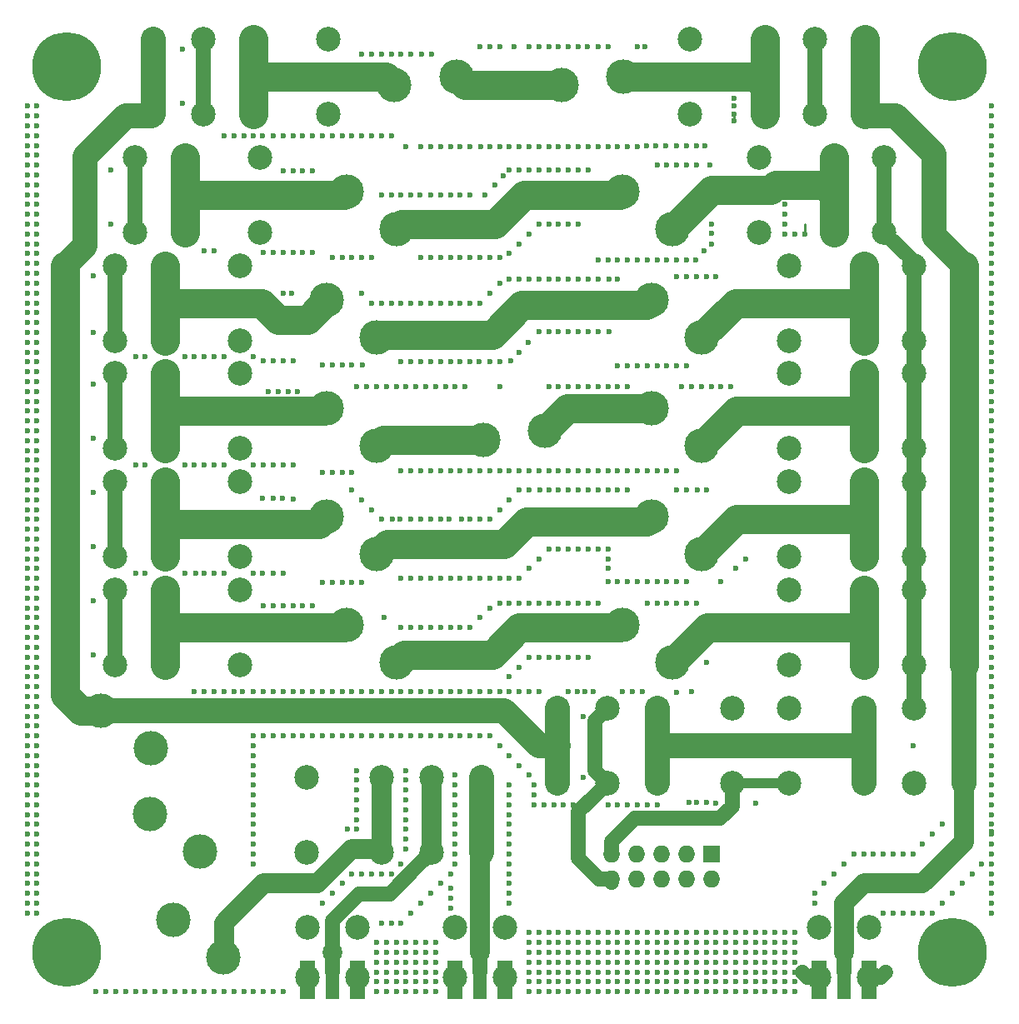
<source format=gtl>
G04 #@! TF.FileFunction,Copper,L1,Top,Signal*
%FSLAX46Y46*%
G04 Gerber Fmt 4.6, Leading zero omitted, Abs format (unit mm)*
G04 Created by KiCad (PCBNEW 4.0.7) date 01/12/18 12:42:43*
%MOMM*%
%LPD*%
G01*
G04 APERTURE LIST*
%ADD10C,0.100000*%
%ADD11C,0.600000*%
%ADD12C,3.500000*%
%ADD13R,1.727200X1.727200*%
%ADD14O,1.727200X1.727200*%
%ADD15C,2.500000*%
%ADD16C,1.998980*%
%ADD17C,2.499360*%
%ADD18C,7.000000*%
%ADD19R,1.400000X4.000000*%
%ADD20R,1.500000X4.000000*%
%ADD21C,0.250000*%
%ADD22C,1.500000*%
%ADD23C,3.000000*%
%ADD24C,2.000000*%
%ADD25C,2.500000*%
%ADD26C,1.000000*%
G04 APERTURE END LIST*
D10*
D11*
X91500000Y-139000000D03*
X92500000Y-139000000D03*
X93500000Y-139000000D03*
X94500000Y-139000000D03*
X95500000Y-139000000D03*
X96500000Y-139000000D03*
X97500000Y-139000000D03*
X91500000Y-140000000D03*
X92500000Y-140000000D03*
X93500000Y-140000000D03*
X94500000Y-140000000D03*
X95500000Y-140000000D03*
X96500000Y-140000000D03*
X97500000Y-140000000D03*
X91500000Y-141000000D03*
X92500000Y-141000000D03*
X93500000Y-141000000D03*
X94500000Y-141000000D03*
X95500000Y-141000000D03*
X96500000Y-141000000D03*
X97500000Y-141000000D03*
X91500000Y-142000000D03*
X92500000Y-142000000D03*
X93500000Y-142000000D03*
X94500000Y-142000000D03*
X95500000Y-142000000D03*
X96500000Y-142000000D03*
X97500000Y-142000000D03*
X91500000Y-143000000D03*
X92500000Y-143000000D03*
X93500000Y-143000000D03*
X94500000Y-143000000D03*
X95500000Y-143000000D03*
X96500000Y-143000000D03*
X97500000Y-143000000D03*
X91500000Y-144000000D03*
X92500000Y-144000000D03*
X93500000Y-144000000D03*
X94500000Y-144000000D03*
X95500000Y-144000000D03*
X96500000Y-144000000D03*
X97500000Y-144000000D03*
D12*
X93305923Y-51898026D03*
X99592102Y-51000000D03*
X116460000Y-62730000D03*
X121540000Y-66540000D03*
X119460000Y-84730000D03*
X124540000Y-88540000D03*
D11*
X134000000Y-144000000D03*
X133000000Y-144000000D03*
X132000000Y-144000000D03*
X131000000Y-144000000D03*
X130000000Y-144000000D03*
X129000000Y-144000000D03*
X128000000Y-144000000D03*
X127000000Y-144000000D03*
X126000000Y-144000000D03*
X125000000Y-144000000D03*
X124000000Y-144000000D03*
X123000000Y-144000000D03*
X122000000Y-144000000D03*
X121000000Y-144000000D03*
X120000000Y-144000000D03*
X119000000Y-144000000D03*
X118000000Y-144000000D03*
X117000000Y-144000000D03*
X116000000Y-144000000D03*
X115000000Y-144000000D03*
X114000000Y-144000000D03*
X113000000Y-144000000D03*
X112000000Y-144000000D03*
X111000000Y-144000000D03*
X110000000Y-144000000D03*
X109000000Y-144000000D03*
X108000000Y-144000000D03*
X107000000Y-144000000D03*
X134000000Y-143000000D03*
X133000000Y-143000000D03*
X132000000Y-143000000D03*
X131000000Y-143000000D03*
X130000000Y-143000000D03*
X129000000Y-143000000D03*
X128000000Y-143000000D03*
X127000000Y-143000000D03*
X126000000Y-143000000D03*
X125000000Y-143000000D03*
X124000000Y-143000000D03*
X123000000Y-143000000D03*
X122000000Y-143000000D03*
X121000000Y-143000000D03*
X120000000Y-143000000D03*
X119000000Y-143000000D03*
X118000000Y-143000000D03*
X117000000Y-143000000D03*
X116000000Y-143000000D03*
X115000000Y-143000000D03*
X114000000Y-143000000D03*
X113000000Y-143000000D03*
X112000000Y-143000000D03*
X111000000Y-143000000D03*
X110000000Y-143000000D03*
X109000000Y-143000000D03*
X108000000Y-143000000D03*
X107000000Y-143000000D03*
X134000000Y-142000000D03*
X133000000Y-142000000D03*
X132000000Y-142000000D03*
X131000000Y-142000000D03*
X130000000Y-142000000D03*
X129000000Y-142000000D03*
X128000000Y-142000000D03*
X127000000Y-142000000D03*
X126000000Y-142000000D03*
X125000000Y-142000000D03*
X124000000Y-142000000D03*
X123000000Y-142000000D03*
X122000000Y-142000000D03*
X121000000Y-142000000D03*
X120000000Y-142000000D03*
X119000000Y-142000000D03*
X118000000Y-142000000D03*
X117000000Y-142000000D03*
X116000000Y-142000000D03*
X115000000Y-142000000D03*
X114000000Y-142000000D03*
X113000000Y-142000000D03*
X112000000Y-142000000D03*
X111000000Y-142000000D03*
X110000000Y-142000000D03*
X109000000Y-142000000D03*
X108000000Y-142000000D03*
X107000000Y-142000000D03*
X134000000Y-141000000D03*
X133000000Y-141000000D03*
X132000000Y-141000000D03*
X131000000Y-141000000D03*
X130000000Y-141000000D03*
X129000000Y-141000000D03*
X128000000Y-141000000D03*
X127000000Y-141000000D03*
X126000000Y-141000000D03*
X125000000Y-141000000D03*
X124000000Y-141000000D03*
X123000000Y-141000000D03*
X122000000Y-141000000D03*
X121000000Y-141000000D03*
X120000000Y-141000000D03*
X119000000Y-141000000D03*
X118000000Y-141000000D03*
X117000000Y-141000000D03*
X116000000Y-141000000D03*
X115000000Y-141000000D03*
X114000000Y-141000000D03*
X113000000Y-141000000D03*
X112000000Y-141000000D03*
X111000000Y-141000000D03*
X110000000Y-141000000D03*
X109000000Y-141000000D03*
X108000000Y-141000000D03*
X107000000Y-141000000D03*
X134000000Y-140000000D03*
X133000000Y-140000000D03*
X132000000Y-140000000D03*
X131000000Y-140000000D03*
X130000000Y-140000000D03*
X129000000Y-140000000D03*
X128000000Y-140000000D03*
X127000000Y-140000000D03*
X126000000Y-140000000D03*
X125000000Y-140000000D03*
X124000000Y-140000000D03*
X123000000Y-140000000D03*
X122000000Y-140000000D03*
X121000000Y-140000000D03*
X120000000Y-140000000D03*
X119000000Y-140000000D03*
X118000000Y-140000000D03*
X117000000Y-140000000D03*
X116000000Y-140000000D03*
X115000000Y-140000000D03*
X114000000Y-140000000D03*
X113000000Y-140000000D03*
X112000000Y-140000000D03*
X111000000Y-140000000D03*
X110000000Y-140000000D03*
X109000000Y-140000000D03*
X108000000Y-140000000D03*
X107000000Y-140000000D03*
X134000000Y-139000000D03*
X133000000Y-139000000D03*
X132000000Y-139000000D03*
X131000000Y-139000000D03*
X130000000Y-139000000D03*
X129000000Y-139000000D03*
X128000000Y-139000000D03*
X127000000Y-139000000D03*
X126000000Y-139000000D03*
X125000000Y-139000000D03*
X124000000Y-139000000D03*
X123000000Y-139000000D03*
X122000000Y-139000000D03*
X121000000Y-139000000D03*
X120000000Y-139000000D03*
X119000000Y-139000000D03*
X118000000Y-139000000D03*
X117000000Y-139000000D03*
X116000000Y-139000000D03*
X115000000Y-139000000D03*
X114000000Y-139000000D03*
X113000000Y-139000000D03*
X112000000Y-139000000D03*
X111000000Y-139000000D03*
X110000000Y-139000000D03*
X109000000Y-139000000D03*
X108000000Y-139000000D03*
X107000000Y-139000000D03*
X134000000Y-138000000D03*
X133000000Y-138000000D03*
X132000000Y-138000000D03*
X131000000Y-138000000D03*
X130000000Y-138000000D03*
X129000000Y-138000000D03*
X128000000Y-138000000D03*
X127000000Y-138000000D03*
X126000000Y-138000000D03*
X125000000Y-138000000D03*
X124000000Y-138000000D03*
X123000000Y-138000000D03*
X122000000Y-138000000D03*
X121000000Y-138000000D03*
X120000000Y-138000000D03*
X119000000Y-138000000D03*
X118000000Y-138000000D03*
X117000000Y-138000000D03*
X116000000Y-138000000D03*
X115000000Y-138000000D03*
X114000000Y-138000000D03*
X113000000Y-138000000D03*
X112000000Y-138000000D03*
X111000000Y-138000000D03*
X110000000Y-138000000D03*
X109000000Y-138000000D03*
X108000000Y-138000000D03*
X107000000Y-138000000D03*
X154000000Y-136000000D03*
X154000000Y-135000000D03*
X154000000Y-134000000D03*
X154000000Y-133000000D03*
X154000000Y-132000000D03*
X154000000Y-131000000D03*
X154000000Y-130000000D03*
X154000000Y-129000000D03*
X154000000Y-128000000D03*
X154000000Y-127000000D03*
X154000000Y-126000000D03*
X154000000Y-125000000D03*
X154000000Y-124000000D03*
X154000000Y-123000000D03*
X154000000Y-122000000D03*
X154000000Y-121000000D03*
X154000000Y-120000000D03*
X154000000Y-119000000D03*
X154000000Y-118000000D03*
X154000000Y-117000000D03*
X154000000Y-116000000D03*
X154000000Y-115000000D03*
X154000000Y-114000000D03*
X154000000Y-113000000D03*
X154000000Y-112000000D03*
X154000000Y-111000000D03*
X154000000Y-110000000D03*
X154000000Y-109000000D03*
X154000000Y-108000000D03*
X154000000Y-107000000D03*
X154000000Y-106000000D03*
X154000000Y-105000000D03*
X154000000Y-104000000D03*
X154000000Y-103000000D03*
X154000000Y-102000000D03*
X154000000Y-101000000D03*
X154000000Y-100000000D03*
X154000000Y-99000000D03*
X154000000Y-98000000D03*
X154000000Y-97000000D03*
X154000000Y-96000000D03*
X154000000Y-95000000D03*
X154000000Y-94000000D03*
X154000000Y-93000000D03*
X154000000Y-92000000D03*
X154000000Y-91000000D03*
X154000000Y-90000000D03*
X154000000Y-89000000D03*
X154000000Y-88000000D03*
X154000000Y-87000000D03*
X154000000Y-86000000D03*
X154000000Y-85000000D03*
X154000000Y-84000000D03*
X154000000Y-83000000D03*
X154000000Y-82000000D03*
X154000000Y-81000000D03*
X154000000Y-80000000D03*
X154000000Y-79000000D03*
X154000000Y-78000000D03*
X154000000Y-77000000D03*
X154000000Y-76000000D03*
X154000000Y-75000000D03*
X154000000Y-74000000D03*
X154000000Y-73000000D03*
X154000000Y-72000000D03*
X154000000Y-71000000D03*
X154000000Y-70000000D03*
X154000000Y-69000000D03*
X154000000Y-68000000D03*
X154000000Y-67000000D03*
X154000000Y-66000000D03*
X154000000Y-65000000D03*
X154000000Y-64000000D03*
X154000000Y-63000000D03*
X154000000Y-62000000D03*
X154000000Y-61000000D03*
X154000000Y-60000000D03*
X154000000Y-59000000D03*
X154000000Y-58000000D03*
X154000000Y-57000000D03*
X154000000Y-56000000D03*
X154000000Y-55000000D03*
X154000000Y-54000000D03*
X57000000Y-136000000D03*
X56000000Y-136000000D03*
X57000000Y-135000000D03*
X56000000Y-135000000D03*
X57000000Y-134000000D03*
X56000000Y-134000000D03*
X57000000Y-133000000D03*
X56000000Y-133000000D03*
X57000000Y-132000000D03*
X56000000Y-132000000D03*
X57000000Y-131000000D03*
X56000000Y-131000000D03*
X57000000Y-130000000D03*
X56000000Y-130000000D03*
X57000000Y-129000000D03*
X56000000Y-129000000D03*
X57000000Y-128000000D03*
X56000000Y-128000000D03*
X57000000Y-127000000D03*
X56000000Y-127000000D03*
X57000000Y-126000000D03*
X56000000Y-126000000D03*
X57000000Y-125000000D03*
X56000000Y-125000000D03*
X57000000Y-124000000D03*
X56000000Y-124000000D03*
X57000000Y-123000000D03*
X56000000Y-123000000D03*
X57000000Y-122000000D03*
X56000000Y-122000000D03*
X57000000Y-121000000D03*
X56000000Y-121000000D03*
X57000000Y-120000000D03*
X56000000Y-120000000D03*
X57000000Y-119000000D03*
X56000000Y-119000000D03*
X57000000Y-118000000D03*
X56000000Y-118000000D03*
X57000000Y-117000000D03*
X56000000Y-117000000D03*
X57000000Y-116000000D03*
X56000000Y-116000000D03*
X57000000Y-115000000D03*
X56000000Y-115000000D03*
X57000000Y-114000000D03*
X56000000Y-114000000D03*
X57000000Y-113000000D03*
X56000000Y-113000000D03*
X57000000Y-112000000D03*
X56000000Y-112000000D03*
X57000000Y-111000000D03*
X56000000Y-111000000D03*
X57000000Y-110000000D03*
X56000000Y-110000000D03*
X57000000Y-109000000D03*
X56000000Y-109000000D03*
X57000000Y-108000000D03*
X56000000Y-108000000D03*
X57000000Y-107000000D03*
X56000000Y-107000000D03*
X57000000Y-106000000D03*
X56000000Y-106000000D03*
X57000000Y-105000000D03*
X56000000Y-105000000D03*
X57000000Y-104000000D03*
X56000000Y-104000000D03*
X57000000Y-103000000D03*
X56000000Y-103000000D03*
X57000000Y-102000000D03*
X56000000Y-102000000D03*
X57000000Y-101000000D03*
X56000000Y-101000000D03*
X57000000Y-100000000D03*
X56000000Y-100000000D03*
X57000000Y-99000000D03*
X56000000Y-99000000D03*
X57000000Y-98000000D03*
X56000000Y-98000000D03*
X57000000Y-97000000D03*
X56000000Y-97000000D03*
X57000000Y-96000000D03*
X56000000Y-96000000D03*
X57000000Y-95000000D03*
X56000000Y-95000000D03*
X57000000Y-94000000D03*
X56000000Y-94000000D03*
X57000000Y-93000000D03*
X56000000Y-93000000D03*
X57000000Y-92000000D03*
X56000000Y-92000000D03*
X57000000Y-91000000D03*
X56000000Y-91000000D03*
X57000000Y-90000000D03*
X56000000Y-90000000D03*
X57000000Y-89000000D03*
X56000000Y-89000000D03*
X57000000Y-88000000D03*
X56000000Y-88000000D03*
X57000000Y-87000000D03*
X56000000Y-87000000D03*
X57000000Y-86000000D03*
X56000000Y-86000000D03*
X57000000Y-85000000D03*
X56000000Y-85000000D03*
X57000000Y-84000000D03*
X56000000Y-84000000D03*
X57000000Y-83000000D03*
X56000000Y-83000000D03*
X57000000Y-82000000D03*
X56000000Y-82000000D03*
X57000000Y-81000000D03*
X56000000Y-81000000D03*
X57000000Y-80000000D03*
X56000000Y-80000000D03*
X57000000Y-79000000D03*
X56000000Y-79000000D03*
X57000000Y-78000000D03*
X56000000Y-78000000D03*
X57000000Y-77000000D03*
X56000000Y-77000000D03*
X57000000Y-76000000D03*
X56000000Y-76000000D03*
X57000000Y-75000000D03*
X56000000Y-75000000D03*
X57000000Y-74000000D03*
X56000000Y-74000000D03*
X57000000Y-73000000D03*
X56000000Y-73000000D03*
X57000000Y-72000000D03*
X56000000Y-72000000D03*
X57000000Y-71000000D03*
X56000000Y-71000000D03*
X57000000Y-70000000D03*
X56000000Y-70000000D03*
X57000000Y-69000000D03*
X56000000Y-69000000D03*
X57000000Y-68000000D03*
X56000000Y-68000000D03*
X57000000Y-67000000D03*
X56000000Y-67000000D03*
X57000000Y-66000000D03*
X56000000Y-66000000D03*
X57000000Y-65000000D03*
X56000000Y-65000000D03*
X57000000Y-64000000D03*
X56000000Y-64000000D03*
X57000000Y-63000000D03*
X56000000Y-63000000D03*
X57000000Y-62000000D03*
X56000000Y-62000000D03*
X57000000Y-61000000D03*
X56000000Y-61000000D03*
X57000000Y-60000000D03*
X56000000Y-60000000D03*
X57000000Y-59000000D03*
X56000000Y-59000000D03*
X57000000Y-58000000D03*
X56000000Y-58000000D03*
X57000000Y-57000000D03*
X56000000Y-57000000D03*
X57000000Y-56000000D03*
X56000000Y-56000000D03*
X57000000Y-55000000D03*
X56000000Y-55000000D03*
X57000000Y-54000000D03*
D13*
X125500000Y-130000000D03*
D14*
X125500000Y-132540000D03*
X122960000Y-130000000D03*
X122960000Y-132540000D03*
X120420000Y-130000000D03*
X120420000Y-132540000D03*
X117880000Y-130000000D03*
X117880000Y-132540000D03*
X115340000Y-130000000D03*
X115340000Y-132540000D03*
D15*
X133380000Y-70190000D03*
X133380000Y-77810000D03*
X141000000Y-70190000D03*
X141000000Y-77810000D03*
X146080000Y-70190000D03*
X146080000Y-77810000D03*
X151160000Y-70190000D03*
X151160000Y-77810000D03*
D12*
X119460000Y-95730000D03*
X124540000Y-99540000D03*
D15*
X127620000Y-122810000D03*
X127620000Y-115190000D03*
X120000000Y-122810000D03*
X120000000Y-115190000D03*
X114920000Y-122810000D03*
X114920000Y-115190000D03*
X109840000Y-122810000D03*
X109840000Y-115190000D03*
X86620000Y-54810000D03*
X86620000Y-47190000D03*
X79000000Y-54810000D03*
X79000000Y-47190000D03*
X73920000Y-54810000D03*
X73920000Y-47190000D03*
X68840000Y-54810000D03*
X68840000Y-47190000D03*
X133380000Y-103190000D03*
X133380000Y-110810000D03*
X141000000Y-103190000D03*
X141000000Y-110810000D03*
X146080000Y-103190000D03*
X146080000Y-110810000D03*
X151160000Y-103190000D03*
X151160000Y-110810000D03*
D12*
X86460000Y-95730000D03*
X91540000Y-99540000D03*
D16*
X102000000Y-140000000D03*
D17*
X104540000Y-137460000D03*
X104540000Y-142540000D03*
X99460000Y-142540000D03*
X99460000Y-137460000D03*
D16*
X139000000Y-140000000D03*
D17*
X141540000Y-137460000D03*
X141540000Y-142540000D03*
X136460000Y-142540000D03*
X136460000Y-137460000D03*
D18*
X60000000Y-50000000D03*
X150000000Y-140000000D03*
X60000000Y-140000000D03*
X150000000Y-50000000D03*
D16*
X87000000Y-140000000D03*
D17*
X89540000Y-137460000D03*
X89540000Y-142540000D03*
X84460000Y-142540000D03*
X84460000Y-137460000D03*
D12*
X86460000Y-84730000D03*
X91540000Y-88540000D03*
X75940000Y-140470000D03*
X70860000Y-136660000D03*
X88460000Y-62730000D03*
X93540000Y-66540000D03*
X86460000Y-73730000D03*
X91540000Y-77540000D03*
X88460000Y-106730000D03*
X93540000Y-110540000D03*
X73540000Y-129770000D03*
X68460000Y-125960000D03*
X110305923Y-51898026D03*
X116592102Y-51000000D03*
X119460000Y-73730000D03*
X124540000Y-77540000D03*
X116460000Y-106730000D03*
X121540000Y-110540000D03*
X68540000Y-119270000D03*
X63460000Y-115460000D03*
D15*
X84380000Y-122190000D03*
X84380000Y-129810000D03*
X92000000Y-122190000D03*
X92000000Y-129810000D03*
X97080000Y-122190000D03*
X97080000Y-129810000D03*
X102160000Y-122190000D03*
X102160000Y-129810000D03*
X79620000Y-66810000D03*
X79620000Y-59190000D03*
X72000000Y-66810000D03*
X72000000Y-59190000D03*
X66920000Y-66810000D03*
X66920000Y-59190000D03*
X61840000Y-66810000D03*
X61840000Y-59190000D03*
X77620000Y-77810000D03*
X77620000Y-70190000D03*
X70000000Y-77810000D03*
X70000000Y-70190000D03*
X64920000Y-77810000D03*
X64920000Y-70190000D03*
X59840000Y-77810000D03*
X59840000Y-70190000D03*
X77620000Y-88810000D03*
X77620000Y-81190000D03*
X70000000Y-88810000D03*
X70000000Y-81190000D03*
X64920000Y-88810000D03*
X64920000Y-81190000D03*
X59840000Y-88810000D03*
X59840000Y-81190000D03*
X77620000Y-99810000D03*
X77620000Y-92190000D03*
X70000000Y-99810000D03*
X70000000Y-92190000D03*
X64920000Y-99810000D03*
X64920000Y-92190000D03*
X59840000Y-99810000D03*
X59840000Y-92190000D03*
X77620000Y-110810000D03*
X77620000Y-103190000D03*
X70000000Y-110810000D03*
X70000000Y-103190000D03*
X64920000Y-110810000D03*
X64920000Y-103190000D03*
X59840000Y-110810000D03*
X59840000Y-103190000D03*
X123380000Y-47190000D03*
X123380000Y-54810000D03*
X131000000Y-47190000D03*
X131000000Y-54810000D03*
X136080000Y-47190000D03*
X136080000Y-54810000D03*
X141160000Y-47190000D03*
X141160000Y-54810000D03*
X130380000Y-59190000D03*
X130380000Y-66810000D03*
X138000000Y-59190000D03*
X138000000Y-66810000D03*
X143080000Y-59190000D03*
X143080000Y-66810000D03*
X148160000Y-59190000D03*
X148160000Y-66810000D03*
X133380000Y-81190000D03*
X133380000Y-88810000D03*
X141000000Y-81190000D03*
X141000000Y-88810000D03*
X146080000Y-81190000D03*
X146080000Y-88810000D03*
X151160000Y-81190000D03*
X151160000Y-88810000D03*
X133380000Y-92190000D03*
X133380000Y-99810000D03*
X141000000Y-92190000D03*
X141000000Y-99810000D03*
X146080000Y-92190000D03*
X146080000Y-99810000D03*
X151160000Y-92190000D03*
X151160000Y-99810000D03*
X133380000Y-115190000D03*
X133380000Y-122810000D03*
X141000000Y-115190000D03*
X141000000Y-122810000D03*
X146080000Y-115190000D03*
X146080000Y-122810000D03*
X151160000Y-115190000D03*
X151160000Y-122810000D03*
D12*
X102305923Y-87898026D03*
X108592102Y-87000000D03*
D19*
X102000000Y-142800000D03*
D20*
X104540000Y-142800000D03*
X99460000Y-142800000D03*
D19*
X87000000Y-142800000D03*
D20*
X89540000Y-142800000D03*
X84460000Y-142800000D03*
D19*
X139000000Y-142800000D03*
D20*
X141540000Y-142800000D03*
X136460000Y-142800000D03*
D11*
X56000000Y-54000000D03*
X135000000Y-67000000D03*
X134000000Y-67000000D03*
X133000000Y-67000000D03*
X133000000Y-66000000D03*
X133000000Y-65000000D03*
X133000000Y-64000000D03*
X133000000Y-64000000D03*
X80500000Y-83000000D03*
X81500000Y-83000000D03*
X82500000Y-83000000D03*
X83500000Y-83000000D03*
X89500000Y-82500000D03*
X90500000Y-82500000D03*
X91500000Y-82500000D03*
X92500000Y-82500000D03*
X93500000Y-82500000D03*
X94500000Y-82500000D03*
X95500000Y-82500000D03*
X96500000Y-82500000D03*
X97500000Y-82500000D03*
X98500000Y-82500000D03*
X99500000Y-82500000D03*
X100500000Y-82500000D03*
X104000000Y-82500000D03*
X109000000Y-82500000D03*
X110000000Y-82500000D03*
X111000000Y-82500000D03*
X112000000Y-82500000D03*
X113000000Y-82500000D03*
X114000000Y-82500000D03*
X115000000Y-82500000D03*
X116000000Y-82500000D03*
X117000000Y-82500000D03*
X122500000Y-82500000D03*
X123500000Y-82500000D03*
X124500000Y-82500000D03*
X125500000Y-82500000D03*
X126500000Y-82500000D03*
X127500000Y-82500000D03*
X63000000Y-144000000D03*
X64000000Y-144000000D03*
X65000000Y-144000000D03*
X66000000Y-144000000D03*
X67000000Y-144000000D03*
X68000000Y-144000000D03*
X69000000Y-144000000D03*
X70000000Y-144000000D03*
X71000000Y-144000000D03*
X72000000Y-144000000D03*
X73000000Y-144000000D03*
X74000000Y-144000000D03*
X75000000Y-144000000D03*
X76000000Y-144000000D03*
X77000000Y-144000000D03*
X78000000Y-144000000D03*
X79000000Y-144000000D03*
X80000000Y-144000000D03*
X81000000Y-144000000D03*
X82000000Y-144000000D03*
X82000000Y-144000000D03*
X123250000Y-124750000D03*
X124000000Y-124750000D03*
X125000000Y-124750000D03*
X125000000Y-124750000D03*
X120000000Y-125000000D03*
X119000000Y-125000000D03*
X118000000Y-125000000D03*
X117000000Y-125000000D03*
X116000000Y-125000000D03*
X111500000Y-125000000D03*
X110500000Y-125000000D03*
X109500000Y-125000000D03*
X108500000Y-125000000D03*
X107500000Y-125000000D03*
X107500000Y-124000000D03*
X107500000Y-123000000D03*
X107000000Y-122000000D03*
X106000000Y-121000000D03*
X105000000Y-120000000D03*
X104000000Y-119000000D03*
X103000000Y-118000000D03*
X102000000Y-118000000D03*
X101000000Y-118000000D03*
X100000000Y-118000000D03*
X99000000Y-118000000D03*
X98000000Y-118000000D03*
X97000000Y-118000000D03*
X96000000Y-118000000D03*
X95000000Y-118000000D03*
X94000000Y-118000000D03*
X93000000Y-118000000D03*
X92000000Y-118000000D03*
X91000000Y-118000000D03*
X90000000Y-118000000D03*
X89000000Y-118000000D03*
X88000000Y-118000000D03*
X87000000Y-118000000D03*
X86000000Y-118000000D03*
X85000000Y-118000000D03*
X84000000Y-118000000D03*
X83000000Y-118000000D03*
X82000000Y-118000000D03*
X81000000Y-118000000D03*
X80000000Y-118000000D03*
X79000000Y-118000000D03*
X79000000Y-119000000D03*
X79000000Y-120000000D03*
X79000000Y-121000000D03*
X79000000Y-122000000D03*
X79000000Y-123000000D03*
X79000000Y-124000000D03*
X79000000Y-125000000D03*
X79000000Y-126000000D03*
X79000000Y-127000000D03*
X79000000Y-128000000D03*
X79000000Y-129000000D03*
X79000000Y-130000000D03*
X79000000Y-131000000D03*
X89500000Y-121500000D03*
X89500000Y-122500000D03*
X89500000Y-123500000D03*
X89500000Y-124500000D03*
X89500000Y-125500000D03*
X89500000Y-126500000D03*
X89500000Y-127500000D03*
X88500000Y-127500000D03*
X94500000Y-121500000D03*
X94500000Y-122500000D03*
X94500000Y-123500000D03*
X94500000Y-124500000D03*
X94500000Y-125500000D03*
X94500000Y-126500000D03*
X94500000Y-127500000D03*
X94500000Y-128500000D03*
X94500000Y-129500000D03*
X94000000Y-131000000D03*
X93000000Y-132000000D03*
X92000000Y-132000000D03*
X91000000Y-132000000D03*
X90000000Y-132000000D03*
X89000000Y-132000000D03*
X88000000Y-133000000D03*
X87000000Y-134000000D03*
X86000000Y-135000000D03*
X105000000Y-123000000D03*
X105000000Y-124000000D03*
X105000000Y-125000000D03*
X105000000Y-126000000D03*
X105000000Y-127000000D03*
X105000000Y-128000000D03*
X105000000Y-129000000D03*
X105000000Y-130000000D03*
X105000000Y-131000000D03*
X105000000Y-132000000D03*
X105000000Y-133000000D03*
X105000000Y-134000000D03*
X105000000Y-135000000D03*
X99000000Y-133500000D03*
X99000000Y-134500000D03*
X99000000Y-135500000D03*
X99500000Y-122000000D03*
X99500000Y-123000000D03*
X99500000Y-124000000D03*
X99500000Y-125000000D03*
X99500000Y-126000000D03*
X99500000Y-127000000D03*
X99500000Y-128000000D03*
X99500000Y-129000000D03*
X99500000Y-130000000D03*
X99500000Y-131000000D03*
X99000000Y-132000000D03*
X98000000Y-133000000D03*
X97000000Y-134000000D03*
X96000000Y-135000000D03*
X95000000Y-136000000D03*
X94000000Y-137000000D03*
X93000000Y-137000000D03*
X92000000Y-137000000D03*
X149000000Y-127000000D03*
X148000000Y-128000000D03*
X147000000Y-129000000D03*
X146000000Y-130000000D03*
X145000000Y-130000000D03*
X144000000Y-130000000D03*
X143000000Y-130000000D03*
X142000000Y-130000000D03*
X141000000Y-130000000D03*
X140000000Y-130000000D03*
X139000000Y-131000000D03*
X138000000Y-132000000D03*
X137000000Y-133000000D03*
X136000000Y-134000000D03*
X136000000Y-135000000D03*
X153000000Y-131000000D03*
X152000000Y-132000000D03*
X151000000Y-133000000D03*
X150000000Y-134000000D03*
X149000000Y-135000000D03*
X148000000Y-136000000D03*
X147000000Y-136000000D03*
X146000000Y-136000000D03*
X145000000Y-136000000D03*
X144000000Y-136000000D03*
X143000000Y-136000000D03*
X73000000Y-113500000D03*
X74000000Y-113500000D03*
X75000000Y-113500000D03*
X76000000Y-113500000D03*
X77000000Y-113500000D03*
X77900000Y-113500000D03*
X79000000Y-113500000D03*
X80000000Y-113500000D03*
X81000000Y-113500000D03*
X82000000Y-113500000D03*
X83000000Y-113500000D03*
X84000000Y-113500000D03*
X85000000Y-113500000D03*
X86000000Y-113500000D03*
X87000000Y-113500000D03*
X88000000Y-113500000D03*
X89000000Y-113500000D03*
X90000000Y-113500000D03*
X91000000Y-113500000D03*
X92000000Y-113500000D03*
X93000000Y-113500000D03*
X94000000Y-113500000D03*
X95000000Y-113500000D03*
X96000000Y-113500000D03*
X97000000Y-113500000D03*
X98000000Y-113500000D03*
X99000000Y-113500000D03*
X100000000Y-113500000D03*
X101000000Y-113500000D03*
X129000000Y-100000000D03*
X128000000Y-101000000D03*
X126500000Y-102300000D03*
X123000000Y-102300000D03*
X122000000Y-102300000D03*
X121000000Y-102300000D03*
X120000000Y-102300000D03*
X119000000Y-102300000D03*
X118000000Y-102300000D03*
X117000000Y-102300000D03*
X116000000Y-102300000D03*
X115000000Y-102300000D03*
X115000000Y-100999996D03*
X114000000Y-104500012D03*
X115000000Y-100000000D03*
X115000000Y-99000000D03*
X114000000Y-99000000D03*
X113000000Y-99000000D03*
X112000000Y-99000000D03*
X111000000Y-99000000D03*
X110000000Y-99000000D03*
X109000000Y-99000000D03*
X108000000Y-100000000D03*
X107000000Y-101000000D03*
X106000000Y-102000000D03*
X105000000Y-102000000D03*
X104000000Y-102000000D03*
X103000000Y-102000000D03*
X102000000Y-102000000D03*
X101000000Y-102000000D03*
X100000000Y-102000000D03*
X99000000Y-102000000D03*
X98000000Y-102000000D03*
X97000000Y-102000000D03*
X96000000Y-102000000D03*
X106900000Y-78000000D03*
X106000000Y-78999998D03*
X105100000Y-79900000D03*
X103000000Y-80000004D03*
X101900002Y-80000000D03*
X101000000Y-80000000D03*
X100000000Y-80000000D03*
X99000000Y-80000000D03*
X97999998Y-80000000D03*
X97000000Y-80000000D03*
X96000004Y-80000000D03*
X94999996Y-80000000D03*
X94000000Y-80000000D03*
X90100000Y-80300000D03*
X89000000Y-80300000D03*
X87000000Y-80300000D03*
X88000000Y-80300000D03*
X86000000Y-80300000D03*
X90000000Y-48700000D03*
X91000000Y-48700000D03*
X92000000Y-48700000D03*
X93000000Y-48700000D03*
X94000000Y-48700000D03*
X95000000Y-48700000D03*
X96100000Y-48700000D03*
X97100000Y-48700000D03*
X102000000Y-48000000D03*
X103000000Y-48000000D03*
X109000000Y-48000000D03*
X108000000Y-48000000D03*
X107000000Y-48000000D03*
X104000000Y-48000000D03*
X105500000Y-48000000D03*
X118800000Y-48000000D03*
X118000000Y-48000000D03*
X115000000Y-48000000D03*
X114000000Y-48000000D03*
X112900000Y-48000000D03*
X112000000Y-48000000D03*
X111000000Y-48000000D03*
X110000000Y-48000000D03*
X124900000Y-58000000D03*
X124000000Y-58000000D03*
X123000000Y-58000000D03*
X122000000Y-58000000D03*
X120900000Y-58000000D03*
X119900000Y-58000000D03*
X118900000Y-58000000D03*
X118000000Y-58100000D03*
X117000000Y-58100000D03*
X116000000Y-58100000D03*
X115000000Y-58100000D03*
X114000000Y-58100000D03*
X113000000Y-58100000D03*
X112000000Y-58100000D03*
X111000000Y-58100000D03*
X110000000Y-58100000D03*
X109000000Y-58100000D03*
X108000000Y-58100000D03*
X107000000Y-58100000D03*
X106000000Y-58100000D03*
X105000000Y-58100000D03*
X104000000Y-58100000D03*
X103000000Y-58100000D03*
X102100000Y-58100000D03*
X101000000Y-58100000D03*
X100000000Y-58100000D03*
X99000000Y-58100000D03*
X98000000Y-58100000D03*
X97000000Y-58100000D03*
X96000000Y-58100000D03*
X94500000Y-58100000D03*
X93000000Y-57000000D03*
X92000000Y-57000000D03*
X91000000Y-57000000D03*
X90000000Y-57000000D03*
X89000000Y-57000000D03*
X88000000Y-57000000D03*
X87000000Y-57000000D03*
X86000000Y-57000000D03*
X85000000Y-57000000D03*
X84000000Y-57000000D03*
X83000000Y-57000000D03*
X82000000Y-57000000D03*
X81000000Y-57000000D03*
X79900000Y-57000000D03*
X79000000Y-57000000D03*
X78000000Y-57000000D03*
X77000000Y-57000000D03*
X76000000Y-57000000D03*
X85000000Y-60600000D03*
X84000000Y-60600000D03*
X83000000Y-60600000D03*
X82000000Y-60600000D03*
X92000000Y-63000000D03*
X93000000Y-63000000D03*
X94000000Y-63000000D03*
X95000000Y-63000000D03*
X95900000Y-63000000D03*
X97000000Y-63000000D03*
X98000000Y-63000000D03*
X99000000Y-63000000D03*
X100000000Y-63000000D03*
X101000000Y-63000000D03*
X104400000Y-61100000D03*
X103500000Y-62000000D03*
X102500000Y-63000000D03*
X105000000Y-60500000D03*
X106000000Y-60500000D03*
X107000000Y-60500000D03*
X108000000Y-60500000D03*
X109000000Y-60500000D03*
X110000000Y-60500000D03*
X111000000Y-60500000D03*
X112000000Y-60500000D03*
X113000000Y-60500000D03*
X120000000Y-60000000D03*
X121000000Y-60000000D03*
X122000000Y-60000000D03*
X123000000Y-60000000D03*
X124000000Y-60000000D03*
X125375000Y-60000000D03*
X125500000Y-66000000D03*
X125500000Y-66900000D03*
X125500000Y-68000000D03*
X124800000Y-68700000D03*
X123900000Y-69600000D03*
X123000000Y-69600000D03*
X122000000Y-69600000D03*
X121000000Y-69600000D03*
X120000000Y-69600000D03*
X119000000Y-69600000D03*
X118000000Y-69600000D03*
X117000000Y-69600000D03*
X116000000Y-69600000D03*
X115000000Y-69600000D03*
X114000000Y-69600000D03*
X112000000Y-66000000D03*
X111000000Y-66000000D03*
X110000000Y-66000000D03*
X109000000Y-66000000D03*
X108000000Y-66000000D03*
X107000000Y-67000000D03*
X106000000Y-68000000D03*
X105000000Y-69000000D03*
X104000000Y-69400000D03*
X103000000Y-69400000D03*
X102000000Y-69400000D03*
X101000000Y-69400000D03*
X100000000Y-69400000D03*
X99000000Y-69400000D03*
X98000000Y-69400000D03*
X97000000Y-69400000D03*
X96000000Y-69400000D03*
X91000000Y-69400000D03*
X90000000Y-69400000D03*
X89000000Y-69400000D03*
X88000000Y-69400000D03*
X87000000Y-69400000D03*
X85000000Y-68900000D03*
X84000000Y-68900000D03*
X83000000Y-68900000D03*
X82000000Y-68900000D03*
X81000000Y-68900000D03*
X80000000Y-68900000D03*
X75000000Y-68700000D03*
X74000000Y-68700000D03*
X82000000Y-73000000D03*
X82900000Y-73000000D03*
X90000000Y-73000000D03*
X91000000Y-74000000D03*
X92000000Y-74000000D03*
X93000000Y-74000000D03*
X94000000Y-74000000D03*
X95000000Y-74000000D03*
X96000000Y-74000000D03*
X97000000Y-74000000D03*
X98000000Y-74000000D03*
X99000000Y-74000000D03*
X100000000Y-74000000D03*
X101000000Y-74000000D03*
X104000000Y-72000000D03*
X103000000Y-73000000D03*
X102000000Y-74000000D03*
X105000000Y-71600000D03*
X106000000Y-71600000D03*
X107000000Y-71600000D03*
X108000000Y-71600000D03*
X109000000Y-71600000D03*
X110000000Y-71600000D03*
X111000000Y-71600000D03*
X112000000Y-71600000D03*
X113000000Y-71600000D03*
X114000000Y-71600000D03*
X116000004Y-71600000D03*
X115100000Y-71600000D03*
X122000000Y-71300000D03*
X123000000Y-71300000D03*
X124000000Y-71300000D03*
X125000000Y-71300000D03*
X126000000Y-71300000D03*
X115100000Y-76900000D03*
X114000000Y-76900000D03*
X113000000Y-76900000D03*
X112000000Y-76900000D03*
X111000000Y-76900000D03*
X110000000Y-76900000D03*
X109000000Y-76900000D03*
X108000000Y-76900000D03*
X104000000Y-80000000D03*
X123000000Y-80400000D03*
X122000000Y-80400000D03*
X121000000Y-80400000D03*
X120000000Y-80400000D03*
X119000000Y-80400000D03*
X118000000Y-80400000D03*
X117000000Y-80400000D03*
X116000000Y-80400000D03*
X80000000Y-79900000D03*
X83000000Y-79900000D03*
X82000000Y-79900000D03*
X81000000Y-79900000D03*
X79000000Y-79500000D03*
X76000000Y-79500000D03*
X75000000Y-79500000D03*
X74000000Y-79500000D03*
X73000000Y-79500000D03*
X72000000Y-79500000D03*
X68000000Y-79500000D03*
X67000000Y-79500000D03*
X122000000Y-113600000D03*
X112700000Y-113500000D03*
X111900000Y-113500000D03*
X111000000Y-113500000D03*
X108000000Y-113500000D03*
X107000000Y-113500000D03*
X80000000Y-104800000D03*
X81000000Y-104800000D03*
X82000000Y-104800000D03*
X83000000Y-104800000D03*
X84000000Y-104800000D03*
X85000000Y-104800000D03*
X92300000Y-106000000D03*
X94000000Y-107000000D03*
X95000000Y-107000000D03*
X96000000Y-107000000D03*
X97000000Y-107000000D03*
X98000000Y-107000000D03*
X99000000Y-107000000D03*
X100000000Y-107000000D03*
X103000000Y-105000000D03*
X102000000Y-106000000D03*
X104000000Y-104500000D03*
X105000000Y-104500000D03*
X106000000Y-104500000D03*
X107000000Y-104500000D03*
X108000000Y-104500000D03*
X109000000Y-104500000D03*
X110000000Y-104500000D03*
X111000000Y-104500000D03*
X112000000Y-104500000D03*
X113000000Y-104500000D03*
X124000000Y-104500000D03*
X123000000Y-104500000D03*
X122000000Y-104500000D03*
X121000000Y-104500000D03*
X120000000Y-104500000D03*
X119000000Y-104500000D03*
X101000000Y-107000000D03*
X113000000Y-110000000D03*
X112000000Y-110000000D03*
X111000000Y-110000000D03*
X110000000Y-110000000D03*
X109000000Y-110000000D03*
X108000000Y-110000000D03*
X107000000Y-110000000D03*
X106000000Y-111000000D03*
X105000000Y-112000000D03*
X122000000Y-91100000D03*
X121000000Y-91100000D03*
X120000000Y-91100000D03*
X119000000Y-91100000D03*
X118000000Y-91100000D03*
X117000000Y-91100000D03*
X116000000Y-91100000D03*
X115000000Y-91100000D03*
X114000000Y-91100000D03*
X113000000Y-91100000D03*
X112000000Y-91100000D03*
X111000000Y-91100000D03*
X110000000Y-91100000D03*
X109000000Y-91100000D03*
X108000000Y-91100000D03*
X105000000Y-91100000D03*
X107000000Y-91100000D03*
X106000000Y-91100000D03*
X104000000Y-91100000D03*
X103000000Y-91100000D03*
X102000000Y-91100000D03*
X101000000Y-91100000D03*
X100000000Y-91100000D03*
X99000000Y-91100000D03*
X98000000Y-91100000D03*
X97000000Y-91100000D03*
X96000000Y-91100000D03*
X95000000Y-91100000D03*
X94000000Y-91100000D03*
X89000000Y-91200000D03*
X88000000Y-91200000D03*
X87000000Y-91200000D03*
X86000000Y-91200000D03*
X83000000Y-90500000D03*
X82000000Y-90500000D03*
X81000000Y-90500000D03*
X80000000Y-90500000D03*
X79000000Y-90500000D03*
X76000000Y-90500000D03*
X75000000Y-90500000D03*
X74000000Y-90500000D03*
X73000000Y-90500000D03*
X72000000Y-90500000D03*
X68000000Y-90500000D03*
X67000000Y-90500000D03*
X79925001Y-93874999D03*
X81000000Y-93874999D03*
X81900000Y-93874999D03*
X83000000Y-93900000D03*
X89000000Y-93000000D03*
X90000000Y-94000000D03*
X91000000Y-95000000D03*
X92000000Y-96000000D03*
X93100000Y-96000000D03*
X93900000Y-96000000D03*
X95000000Y-96000000D03*
X96000000Y-96000000D03*
X97000000Y-96000000D03*
X98000000Y-96000000D03*
X98900000Y-96000000D03*
X100100000Y-96000000D03*
X101000000Y-96000000D03*
X102000000Y-96000000D03*
X103000000Y-96000000D03*
X104000000Y-95000000D03*
X105000000Y-94000000D03*
X106000000Y-93000000D03*
X107000000Y-93000000D03*
X108100000Y-93000000D03*
X109000000Y-93000000D03*
X110000000Y-93000000D03*
X111000000Y-93000000D03*
X112000000Y-93000000D03*
X113000000Y-93000000D03*
X114000000Y-93000000D03*
X115000000Y-93000000D03*
X116000000Y-93000000D03*
X117000000Y-93000000D03*
X122000000Y-93000000D03*
X123000000Y-93000000D03*
X124100000Y-93000000D03*
X125000000Y-93000000D03*
X90000000Y-102400000D03*
X89000000Y-102400000D03*
X88000000Y-102400000D03*
X87000000Y-102400000D03*
X86000000Y-102400000D03*
X82000000Y-101500000D03*
X81000000Y-101500000D03*
X79900000Y-101500000D03*
X79000000Y-101500000D03*
X76000000Y-101500000D03*
X75000000Y-101500000D03*
X74000000Y-101500000D03*
X73100000Y-101500000D03*
X72000000Y-101500000D03*
X68000000Y-101500000D03*
X67000000Y-101500000D03*
X94000000Y-102000000D03*
X95000000Y-102000000D03*
X113500000Y-113500000D03*
X116500000Y-113500000D03*
X117500000Y-113500000D03*
X118500000Y-113500000D03*
X123500000Y-113500000D03*
X106000000Y-113500000D03*
X105000000Y-113500000D03*
X104000000Y-113500000D03*
X103000000Y-113500000D03*
X102000000Y-113500000D03*
X115000000Y-125000000D03*
X127800000Y-55500000D03*
X127800000Y-54799988D03*
X127800000Y-54000000D03*
X127800000Y-53200000D03*
X154000000Y-127750000D03*
X126000000Y-124800000D03*
X130000000Y-124800000D03*
X146000000Y-96000000D03*
X146000000Y-107000000D03*
X146000000Y-113000000D03*
X146000000Y-119000000D03*
X112500000Y-116000000D03*
X112500000Y-122250000D03*
X71750000Y-53750000D03*
X71750000Y-48250000D03*
X64500000Y-60500000D03*
X64500000Y-66000000D03*
X62750000Y-71250000D03*
X62750000Y-77000000D03*
X62750000Y-82250000D03*
X62750000Y-87750000D03*
X62750000Y-93250000D03*
X62750000Y-98750000D03*
X62750000Y-109750000D03*
X62750000Y-104250000D03*
X125000000Y-110500000D03*
D21*
X135000000Y-67000000D02*
X135000000Y-66000000D01*
X135000000Y-67000000D02*
X135000000Y-66500000D01*
X127800000Y-54799988D02*
X127800000Y-55500000D01*
X115340000Y-132540000D02*
X114540000Y-132540000D01*
D22*
X115340000Y-132540000D02*
X114118686Y-132540000D01*
X114118686Y-132540000D02*
X112000000Y-130421314D01*
X112000000Y-130421314D02*
X112000000Y-125730000D01*
X112000000Y-125730000D02*
X113670001Y-124059999D01*
X113670001Y-124059999D02*
X114920000Y-122810000D01*
X115340000Y-132860000D02*
X115340000Y-132540000D01*
X73920000Y-54810000D02*
X73920000Y-47190000D01*
X66920000Y-66810000D02*
X66920000Y-59190000D01*
X64920000Y-77810000D02*
X64920000Y-70190000D01*
X64920000Y-88810000D02*
X64920000Y-81190000D01*
X64920000Y-99810000D02*
X64920000Y-92190000D01*
X64920000Y-103190000D02*
X64920000Y-110810000D01*
X136080000Y-54810000D02*
X136080000Y-47190000D01*
X143080000Y-66810000D02*
X143080000Y-59190000D01*
X146080000Y-69810000D02*
X143080000Y-66810000D01*
X146080000Y-77810000D02*
X146080000Y-70190000D01*
X146080000Y-81190000D02*
X146080000Y-77810000D01*
X146080000Y-88810000D02*
X146080000Y-81190000D01*
X146080000Y-92190000D02*
X146080000Y-88810000D01*
X146080000Y-99810000D02*
X146080000Y-92190000D01*
X146080000Y-103190000D02*
X146080000Y-99810000D01*
X146080000Y-110810000D02*
X146080000Y-103190000D01*
X146080000Y-115190000D02*
X146080000Y-110810000D01*
X136460000Y-142540000D02*
X135290000Y-142540000D01*
X135290000Y-142540000D02*
X134750000Y-142000000D01*
X141540000Y-142540000D02*
X142710000Y-142540000D01*
X142710000Y-142540000D02*
X143250000Y-142000000D01*
X114920000Y-115190000D02*
X113670001Y-116439999D01*
X113670001Y-116439999D02*
X113670001Y-121560001D01*
X113670001Y-121560001D02*
X114920000Y-122810000D01*
D23*
X70000000Y-85000000D02*
X86190000Y-85000000D01*
X86190000Y-85000000D02*
X86460000Y-84730000D01*
X70000000Y-88810000D02*
X70000000Y-85000000D01*
X70000000Y-85000000D02*
X70000000Y-81190000D01*
X102305923Y-87898026D02*
X92181974Y-87898026D01*
X92181974Y-87898026D02*
X91540000Y-88540000D01*
D24*
X92000000Y-129810000D02*
X92000000Y-129500000D01*
X92000000Y-129500000D02*
X89000000Y-129500000D01*
X89000000Y-129500000D02*
X85500000Y-133000000D01*
X85500000Y-133000000D02*
X80000000Y-133000000D01*
X80000000Y-133000000D02*
X76000000Y-137000000D01*
X76000000Y-137000000D02*
X76000000Y-140410000D01*
X76000000Y-140410000D02*
X75940000Y-140470000D01*
X92000000Y-122190000D02*
X92000000Y-126000000D01*
X92000000Y-126000000D02*
X92000000Y-129810000D01*
D23*
X79000000Y-51000000D02*
X92407897Y-51000000D01*
D24*
X92407897Y-51000000D02*
X93305923Y-51898026D01*
D23*
X79000000Y-47190000D02*
X79000000Y-51000000D01*
X79000000Y-51000000D02*
X79000000Y-54810000D01*
X72000000Y-63000000D02*
X88190000Y-63000000D01*
X88190000Y-63000000D02*
X88460000Y-62730000D01*
X72000000Y-59190000D02*
X72000000Y-63000000D01*
X72000000Y-63000000D02*
X72000000Y-66810000D01*
X70000000Y-74000000D02*
X79789996Y-74000000D01*
X84710001Y-75479999D02*
X86460000Y-73730000D01*
X84439999Y-75750001D02*
X84710001Y-75479999D01*
X81539997Y-75750001D02*
X84439999Y-75750001D01*
X79789996Y-74000000D02*
X81539997Y-75750001D01*
X70000000Y-77810000D02*
X70000000Y-74000000D01*
X70000000Y-74000000D02*
X70000000Y-70190000D01*
X70000000Y-96000000D02*
X70500001Y-96500001D01*
X70500001Y-96500001D02*
X85689999Y-96500001D01*
X85689999Y-96500001D02*
X86460000Y-95730000D01*
X70000000Y-99810000D02*
X70000000Y-96000000D01*
X70000000Y-96000000D02*
X70000000Y-92190000D01*
X70000000Y-107000000D02*
X88190000Y-107000000D01*
X88190000Y-107000000D02*
X88460000Y-106730000D01*
X70000000Y-110810000D02*
X70000000Y-107000000D01*
X70000000Y-107000000D02*
X70000000Y-103190000D01*
X110305923Y-51898026D02*
X100490128Y-51898026D01*
D24*
X100490128Y-51898026D02*
X99592102Y-51000000D01*
D23*
X116460000Y-62730000D02*
X116190000Y-63000000D01*
X103500000Y-66000000D02*
X94080000Y-66000000D01*
X94080000Y-66000000D02*
X93540000Y-66540000D01*
X116190000Y-63000000D02*
X106500000Y-63000000D01*
X106500000Y-63000000D02*
X103500000Y-66000000D01*
X119460000Y-73730000D02*
X118940000Y-74250000D01*
X118940000Y-74250000D02*
X106250000Y-74250000D01*
X103250000Y-77250000D02*
X91830000Y-77250000D01*
X106250000Y-74250000D02*
X103250000Y-77250000D01*
X91830000Y-77250000D02*
X91540000Y-77540000D01*
X119460000Y-95730000D02*
X118940000Y-96250000D01*
X118940000Y-96250000D02*
X106750000Y-96250000D01*
X106750000Y-96250000D02*
X104500000Y-98500000D01*
X104500000Y-98500000D02*
X92580000Y-98500000D01*
X92580000Y-98500000D02*
X91540000Y-99540000D01*
X116460000Y-106730000D02*
X116190000Y-107000000D01*
X116190000Y-107000000D02*
X106000000Y-107000000D01*
X106000000Y-107000000D02*
X103250000Y-109750000D01*
X103250000Y-109750000D02*
X94330000Y-109750000D01*
X94330000Y-109750000D02*
X93540000Y-110540000D01*
X119460000Y-84730000D02*
X110862102Y-84730000D01*
X110862102Y-84730000D02*
X108592102Y-87000000D01*
X131000000Y-52000000D02*
X131000000Y-54810000D01*
X131000000Y-50250000D02*
X131000000Y-52000000D01*
X131000000Y-52000000D02*
X130000000Y-51000000D01*
X130000000Y-51000000D02*
X116592102Y-51000000D01*
X131000000Y-47190000D02*
X131000000Y-51750000D01*
X125580001Y-62499999D02*
X123289999Y-64790001D01*
X131539999Y-62499999D02*
X125580001Y-62499999D01*
X136999999Y-61999999D02*
X132039999Y-61999999D01*
X123289999Y-64790001D02*
X121540000Y-66540000D01*
X138000000Y-63000000D02*
X136999999Y-61999999D01*
X132039999Y-61999999D02*
X131539999Y-62499999D01*
X138000000Y-66810000D02*
X138000000Y-63000000D01*
X138000000Y-59190000D02*
X138000000Y-63000000D01*
X124540000Y-77540000D02*
X124540000Y-77460000D01*
X124540000Y-77460000D02*
X128000000Y-74000000D01*
X128000000Y-74000000D02*
X141000000Y-74000000D01*
X141000000Y-70190000D02*
X141000000Y-74000000D01*
X141000000Y-74000000D02*
X141000000Y-77810000D01*
X141000000Y-96000000D02*
X128080000Y-96000000D01*
X128080000Y-96000000D02*
X124540000Y-99540000D01*
X141000000Y-92190000D02*
X141000000Y-96000000D01*
X141000000Y-96000000D02*
X141000000Y-99810000D01*
X141000000Y-107000000D02*
X125080000Y-107000000D01*
X125080000Y-107000000D02*
X121540000Y-110540000D01*
X141000000Y-103190000D02*
X141000000Y-107000000D01*
X141000000Y-107000000D02*
X141000000Y-110810000D01*
D25*
X61840000Y-59190000D02*
X61840000Y-59160000D01*
X61840000Y-59160000D02*
X66000000Y-55000000D01*
X66000000Y-55000000D02*
X68650000Y-55000000D01*
X68650000Y-55000000D02*
X68840000Y-54810000D01*
X109840000Y-119000000D02*
X108000000Y-119000000D01*
X104460000Y-115460000D02*
X108000000Y-119000000D01*
X104460000Y-115460000D02*
X63460000Y-115460000D01*
X109840000Y-119000000D02*
X110000000Y-119000000D01*
X110000000Y-119000000D02*
X109840000Y-119000000D01*
X109840000Y-115190000D02*
X109840000Y-119000000D01*
X109840000Y-119000000D02*
X109840000Y-122810000D01*
D23*
X59840000Y-110810000D02*
X59840000Y-113840000D01*
X61460000Y-115460000D02*
X63460000Y-115460000D01*
X59840000Y-113840000D02*
X61460000Y-115460000D01*
D25*
X61840000Y-66810000D02*
X61840000Y-68190000D01*
X61840000Y-68190000D02*
X59840000Y-70190000D01*
X61840000Y-59190000D02*
X61840000Y-66810000D01*
X68840000Y-47190000D02*
X68840000Y-54810000D01*
D23*
X59840000Y-70190000D02*
X59840000Y-77810000D01*
X59840000Y-77810000D02*
X59840000Y-81190000D01*
X59840000Y-81190000D02*
X59840000Y-88810000D01*
X59840000Y-88810000D02*
X59840000Y-92190000D01*
X59840000Y-92190000D02*
X59840000Y-99810000D01*
X59840000Y-99810000D02*
X59840000Y-103190000D01*
X59840000Y-103190000D02*
X59840000Y-110810000D01*
X141000000Y-85000000D02*
X128080000Y-85000000D01*
X128080000Y-85000000D02*
X124540000Y-88540000D01*
X141000000Y-81190000D02*
X141000000Y-85000000D01*
X141000000Y-85000000D02*
X141000000Y-88810000D01*
D22*
X126400000Y-126400000D02*
X127620000Y-125180000D01*
X127620000Y-125180000D02*
X127620000Y-122810000D01*
X117718686Y-126400000D02*
X126400000Y-126400000D01*
X115340000Y-130000000D02*
X115340000Y-128778686D01*
X115340000Y-128778686D02*
X117718686Y-126400000D01*
D26*
X127620000Y-122810000D02*
X133380000Y-122810000D01*
D22*
X102000000Y-142000000D02*
X102000000Y-140000000D01*
D24*
X102000000Y-129970000D02*
X102000000Y-140000000D01*
X102000000Y-129970000D02*
X102160000Y-129810000D01*
D25*
X102160000Y-122190000D02*
X102160000Y-129810000D01*
D24*
X151160000Y-122810000D02*
X151160000Y-128840000D01*
X151160000Y-128840000D02*
X147000000Y-133000000D01*
X147000000Y-133000000D02*
X141000000Y-133000000D01*
X141000000Y-133000000D02*
X139000000Y-135000000D01*
X139000000Y-135000000D02*
X139000000Y-140000000D01*
D22*
X139000000Y-142000000D02*
X139000000Y-140000000D01*
D25*
X148160000Y-59190000D02*
X148160000Y-58910000D01*
X148160000Y-58910000D02*
X144250000Y-55000000D01*
X144250000Y-55000000D02*
X141350000Y-55000000D01*
X141350000Y-55000000D02*
X141160000Y-54810000D01*
X151160000Y-110810000D02*
X151160000Y-115190000D01*
X151160000Y-115190000D02*
X151160000Y-122810000D01*
D23*
X151160000Y-70190000D02*
X151160000Y-77810000D01*
D25*
X148160000Y-66810000D02*
X148160000Y-67190000D01*
X148160000Y-67190000D02*
X151160000Y-70190000D01*
X148160000Y-59190000D02*
X148160000Y-66810000D01*
D23*
X141160000Y-47190000D02*
X141160000Y-54810000D01*
X151160000Y-110810000D02*
X151160000Y-103190000D01*
X151160000Y-103190000D02*
X151160000Y-99810000D01*
X151160000Y-99810000D02*
X151160000Y-92190000D01*
X151160000Y-92190000D02*
X151160000Y-88810000D01*
X151160000Y-88810000D02*
X151160000Y-81190000D01*
X151160000Y-81190000D02*
X151160000Y-77810000D01*
D22*
X92839998Y-134050002D02*
X95830001Y-131059999D01*
X87000000Y-136744471D02*
X89694469Y-134050002D01*
X87000000Y-140000000D02*
X87000000Y-136744471D01*
X95830001Y-131059999D02*
X97080000Y-129810000D01*
X89694469Y-134050002D02*
X92839998Y-134050002D01*
X87000000Y-142000000D02*
X87000000Y-140000000D01*
D24*
X97080000Y-129810000D02*
X97080000Y-122190000D01*
D25*
X141000000Y-119000000D02*
X121000000Y-119000000D01*
X121000000Y-119000000D02*
X120000000Y-119000000D01*
X120000000Y-115190000D02*
X120000000Y-119000000D01*
X120000000Y-119000000D02*
X120000000Y-122810000D01*
X141000000Y-115190000D02*
X141000000Y-119000000D01*
X141000000Y-119000000D02*
X141000000Y-122810000D01*
M02*

</source>
